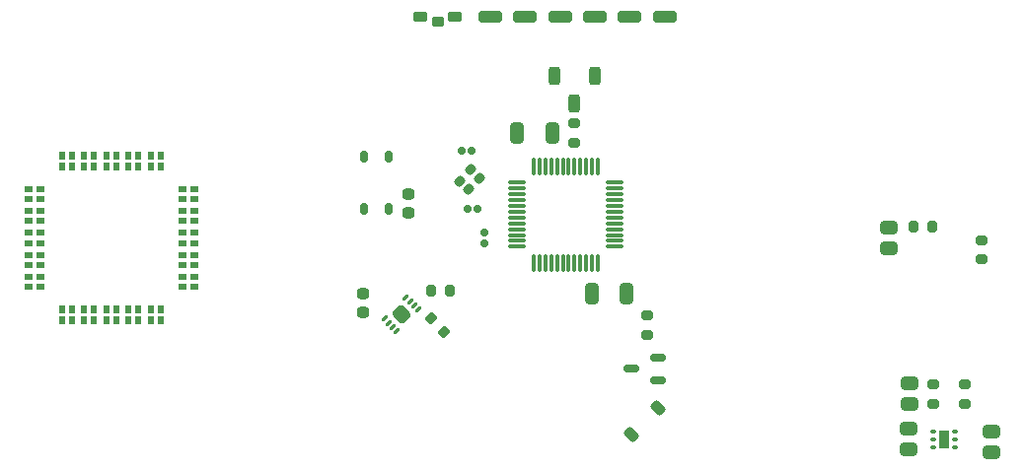
<source format=gbr>
%TF.GenerationSoftware,KiCad,Pcbnew,8.0.8*%
%TF.CreationDate,2025-01-25T09:27:46-05:00*%
%TF.ProjectId,GF24,47463234-2e6b-4696-9361-645f70636258,rev?*%
%TF.SameCoordinates,Original*%
%TF.FileFunction,Paste,Top*%
%TF.FilePolarity,Positive*%
%FSLAX46Y46*%
G04 Gerber Fmt 4.6, Leading zero omitted, Abs format (unit mm)*
G04 Created by KiCad (PCBNEW 8.0.8) date 2025-01-25 09:27:46*
%MOMM*%
%LPD*%
G01*
G04 APERTURE LIST*
G04 Aperture macros list*
%AMRoundRect*
0 Rectangle with rounded corners*
0 $1 Rounding radius*
0 $2 $3 $4 $5 $6 $7 $8 $9 X,Y pos of 4 corners*
0 Add a 4 corners polygon primitive as box body*
4,1,4,$2,$3,$4,$5,$6,$7,$8,$9,$2,$3,0*
0 Add four circle primitives for the rounded corners*
1,1,$1+$1,$2,$3*
1,1,$1+$1,$4,$5*
1,1,$1+$1,$6,$7*
1,1,$1+$1,$8,$9*
0 Add four rect primitives between the rounded corners*
20,1,$1+$1,$2,$3,$4,$5,0*
20,1,$1+$1,$4,$5,$6,$7,0*
20,1,$1+$1,$6,$7,$8,$9,0*
20,1,$1+$1,$8,$9,$2,$3,0*%
G04 Aperture macros list end*
%ADD10RoundRect,0.155000X0.155000X-0.155000X0.155000X0.155000X-0.155000X0.155000X-0.155000X-0.155000X0*%
%ADD11RoundRect,0.200000X-0.200000X-0.275000X0.200000X-0.275000X0.200000X0.275000X-0.200000X0.275000X0*%
%ADD12RoundRect,0.155000X-0.155000X-0.155000X0.155000X-0.155000X0.155000X0.155000X-0.155000X0.155000X0*%
%ADD13RoundRect,0.287500X-0.437500X0.287500X-0.437500X-0.287500X0.437500X-0.287500X0.437500X0.287500X0*%
%ADD14RoundRect,0.287500X0.437500X-0.287500X0.437500X0.287500X-0.437500X0.287500X-0.437500X-0.287500X0*%
%ADD15RoundRect,0.200000X0.275000X-0.200000X0.275000X0.200000X-0.275000X0.200000X-0.275000X-0.200000X0*%
%ADD16RoundRect,0.200000X-0.335876X-0.053033X-0.053033X-0.335876X0.335876X0.053033X0.053033X0.335876X0*%
%ADD17RoundRect,0.200000X0.200000X0.275000X-0.200000X0.275000X-0.200000X-0.275000X0.200000X-0.275000X0*%
%ADD18RoundRect,0.237500X-0.262500X0.237500X-0.262500X-0.237500X0.262500X-0.237500X0.262500X0.237500X0*%
%ADD19RoundRect,0.250000X-0.750000X-0.250000X0.750000X-0.250000X0.750000X0.250000X-0.750000X0.250000X0*%
%ADD20RoundRect,0.175000X0.175000X-0.325000X0.175000X0.325000X-0.175000X0.325000X-0.175000X-0.325000X0*%
%ADD21RoundRect,0.225000X-0.375000X-0.225000X0.375000X-0.225000X0.375000X0.225000X-0.375000X0.225000X0*%
%ADD22RoundRect,0.225000X-0.275000X-0.225000X0.275000X-0.225000X0.275000X0.225000X-0.275000X0.225000X0*%
%ADD23RoundRect,0.075000X-0.175000X-0.075000X0.175000X-0.075000X0.175000X0.075000X-0.175000X0.075000X0*%
%ADD24RoundRect,0.225000X-0.225000X-0.575000X0.225000X-0.575000X0.225000X0.575000X-0.225000X0.575000X0*%
%ADD25R,0.720000X0.580000*%
%ADD26R,0.580000X0.720000*%
%ADD27RoundRect,0.200000X-0.275000X0.200000X-0.275000X-0.200000X0.275000X-0.200000X0.275000X0.200000X0*%
%ADD28RoundRect,0.075000X-0.662500X-0.075000X0.662500X-0.075000X0.662500X0.075000X-0.662500X0.075000X0*%
%ADD29RoundRect,0.075000X-0.075000X-0.662500X0.075000X-0.662500X0.075000X0.662500X-0.075000X0.662500X0*%
%ADD30RoundRect,0.155000X0.155000X0.155000X-0.155000X0.155000X-0.155000X-0.155000X0.155000X-0.155000X0*%
%ADD31RoundRect,0.150000X0.512500X0.150000X-0.512500X0.150000X-0.512500X-0.150000X0.512500X-0.150000X0*%
%ADD32RoundRect,0.250000X0.250000X0.550000X-0.250000X0.550000X-0.250000X-0.550000X0.250000X-0.550000X0*%
%ADD33RoundRect,0.227500X0.109602X-0.431335X0.431335X-0.109602X-0.109602X0.431335X-0.431335X0.109602X0*%
%ADD34RoundRect,0.187500X0.035355X0.300520X-0.300520X-0.035355X-0.035355X-0.300520X0.300520X0.035355X0*%
%ADD35RoundRect,0.287500X0.287500X0.612500X-0.287500X0.612500X-0.287500X-0.612500X0.287500X-0.612500X0*%
%ADD36RoundRect,0.075000X-0.106066X-0.212132X0.212132X0.106066X0.106066X0.212132X-0.212132X-0.106066X0*%
%ADD37RoundRect,0.300000X0.070711X-0.494975X0.494975X-0.070711X-0.070711X0.494975X-0.494975X0.070711X0*%
%ADD38RoundRect,0.287500X-0.287500X-0.612500X0.287500X-0.612500X0.287500X0.612500X-0.287500X0.612500X0*%
G04 APERTURE END LIST*
D10*
%TO.C,C3*%
X127000000Y-95450000D03*
X127000000Y-94550000D03*
%TD*%
D11*
%TO.C,R11*%
X122425000Y-99500000D03*
X124075000Y-99500000D03*
%TD*%
D12*
%TO.C,C6*%
X125550000Y-92500000D03*
X126450000Y-92500000D03*
%TD*%
D13*
%TO.C,C8*%
X170500000Y-111600000D03*
X170500000Y-113400000D03*
%TD*%
D14*
%TO.C,C10*%
X161750000Y-95900000D03*
X161750000Y-94100000D03*
%TD*%
D15*
%TO.C,R2*%
X141000000Y-103325000D03*
X141000000Y-101675000D03*
%TD*%
D16*
%TO.C,R12*%
X122416637Y-101916637D03*
X123583363Y-103083363D03*
%TD*%
D14*
%TO.C,C15*%
X163500000Y-109300000D03*
X163500000Y-107500000D03*
%TD*%
D17*
%TO.C,R4*%
X165475000Y-94000000D03*
X163825000Y-94000000D03*
%TD*%
D18*
%TO.C,C4*%
X120500000Y-91200000D03*
X120500000Y-92800000D03*
%TD*%
D19*
%TO.C,D2*%
X127500000Y-76000000D03*
X130500000Y-76000000D03*
%TD*%
D20*
%TO.C,SW1*%
X116675000Y-92500000D03*
X116675000Y-88000000D03*
X118825000Y-92500000D03*
X118825000Y-88000000D03*
%TD*%
D13*
%TO.C,C9*%
X163450000Y-111400000D03*
X163450000Y-113200000D03*
%TD*%
D21*
%TO.C,D5*%
X121500000Y-76000000D03*
D22*
X123000000Y-76450000D03*
D21*
X124500000Y-76000000D03*
%TD*%
D23*
%TO.C,U3*%
X165500000Y-111650000D03*
X165500001Y-112300000D03*
X165500000Y-112950000D03*
X167400000Y-112950000D03*
X167399999Y-112300000D03*
X167400000Y-111650000D03*
D24*
X166450000Y-112300000D03*
%TD*%
D25*
%TO.C,U2*%
X87900000Y-90775000D03*
X87900000Y-91625000D03*
X87900000Y-92675000D03*
X87900000Y-93525000D03*
X87900000Y-94575000D03*
X87900000Y-95425000D03*
X87900000Y-96475000D03*
X87900000Y-97325000D03*
X87900000Y-98375000D03*
X87900000Y-99225000D03*
X88900000Y-90775000D03*
X88900000Y-91625000D03*
X88900000Y-92675000D03*
X88900000Y-93525000D03*
X88900000Y-94575000D03*
X88900000Y-95425000D03*
X88900000Y-96475000D03*
X88900000Y-97325000D03*
X88900000Y-98375000D03*
X88900000Y-99225000D03*
D26*
X90775000Y-87900000D03*
X90775000Y-88900000D03*
X90775000Y-101100000D03*
X90775000Y-102100000D03*
X91625000Y-87900000D03*
X91625000Y-88900000D03*
X91625000Y-101100000D03*
X91625000Y-102100000D03*
X92675000Y-87900000D03*
X92675000Y-88900000D03*
X92675000Y-101100000D03*
X92675000Y-102100000D03*
X93525000Y-87900000D03*
X93525000Y-88900000D03*
X93525000Y-101100000D03*
X93525000Y-102100000D03*
X94575000Y-87900000D03*
X94575000Y-88900000D03*
X94575000Y-101100000D03*
X94575000Y-102100000D03*
X95425000Y-87900000D03*
X95425000Y-88900000D03*
X95425000Y-101100000D03*
X95425000Y-102100000D03*
X96475000Y-87900000D03*
X96475000Y-88900000D03*
X96475000Y-101100000D03*
X96475000Y-102100000D03*
X97325000Y-87900000D03*
X97325000Y-88900000D03*
X97325000Y-101100000D03*
X97325000Y-102100000D03*
X98375000Y-87900000D03*
X98375000Y-88900000D03*
X98375000Y-101100000D03*
X98375000Y-102100000D03*
X99225000Y-87900000D03*
X99225000Y-88900000D03*
X99225000Y-101100000D03*
X99225000Y-102100000D03*
D25*
X101100000Y-90775000D03*
X101100000Y-91625000D03*
X101100000Y-92675000D03*
X101100000Y-93525000D03*
X101100000Y-94575000D03*
X101100000Y-95425000D03*
X101100000Y-96475000D03*
X101100000Y-97325000D03*
X101100000Y-98375000D03*
X101100000Y-99225000D03*
X102100000Y-90775000D03*
X102100000Y-91625000D03*
X102100000Y-92675000D03*
X102100000Y-93525000D03*
X102100000Y-94575000D03*
X102100000Y-95425000D03*
X102100000Y-96475000D03*
X102100000Y-97325000D03*
X102100000Y-98375000D03*
X102100000Y-99225000D03*
%TD*%
D27*
%TO.C,R1*%
X134750000Y-85175000D03*
X134750000Y-86825000D03*
%TD*%
D19*
%TO.C,D4*%
X139500000Y-76000000D03*
X142500000Y-76000000D03*
%TD*%
D28*
%TO.C,U1*%
X129837500Y-90250000D03*
X129837500Y-90750000D03*
X129837500Y-91250000D03*
X129837500Y-91750000D03*
X129837500Y-92250000D03*
X129837500Y-92750000D03*
X129837500Y-93250000D03*
X129837500Y-93750000D03*
X129837500Y-94250000D03*
X129837500Y-94750000D03*
X129837500Y-95250000D03*
X129837500Y-95750000D03*
D29*
X131250000Y-97162500D03*
X131750000Y-97162500D03*
X132250000Y-97162500D03*
X132750000Y-97162500D03*
X133250000Y-97162500D03*
X133750000Y-97162500D03*
X134250000Y-97162500D03*
X134750000Y-97162500D03*
X135250000Y-97162500D03*
X135750000Y-97162500D03*
X136250000Y-97162500D03*
X136750000Y-97162500D03*
D28*
X138162500Y-95750000D03*
X138162500Y-95250000D03*
X138162500Y-94750000D03*
X138162500Y-94250000D03*
X138162500Y-93750000D03*
X138162500Y-93250000D03*
X138162500Y-92750000D03*
X138162500Y-92250000D03*
X138162500Y-91750000D03*
X138162500Y-91250000D03*
X138162500Y-90750000D03*
X138162500Y-90250000D03*
D29*
X136750000Y-88837500D03*
X136250000Y-88837500D03*
X135750000Y-88837500D03*
X135250000Y-88837500D03*
X134750000Y-88837500D03*
X134250000Y-88837500D03*
X133750000Y-88837500D03*
X133250000Y-88837500D03*
X132750000Y-88837500D03*
X132250000Y-88837500D03*
X131750000Y-88837500D03*
X131250000Y-88837500D03*
%TD*%
D30*
%TO.C,C5*%
X125950000Y-87500000D03*
X125050000Y-87500000D03*
%TD*%
D15*
%TO.C,R3*%
X169650000Y-96825000D03*
X169650000Y-95175000D03*
%TD*%
D31*
%TO.C,Q1*%
X141887500Y-107200000D03*
X141887500Y-105300000D03*
X139612500Y-106250000D03*
%TD*%
D27*
%TO.C,R14*%
X168250000Y-107575000D03*
X168250000Y-109225000D03*
%TD*%
D18*
%TO.C,C14*%
X116588478Y-99750431D03*
X116588478Y-101350431D03*
%TD*%
D32*
%TO.C,SW2*%
X136500000Y-81100000D03*
X134750000Y-83400000D03*
X133000000Y-81100000D03*
%TD*%
D27*
%TO.C,R13*%
X165500000Y-107575000D03*
X165500000Y-109225000D03*
%TD*%
D33*
%TO.C,D1*%
X139593880Y-111906120D03*
X141906120Y-109593880D03*
%TD*%
D34*
%TO.C,Y1*%
X125856066Y-89151472D03*
X124901472Y-90106066D03*
X125643934Y-90848528D03*
X126598528Y-89893934D03*
%TD*%
D35*
%TO.C,C1*%
X139250000Y-99750000D03*
X136250000Y-99750000D03*
%TD*%
D19*
%TO.C,D3*%
X133500000Y-76000000D03*
X136500000Y-76000000D03*
%TD*%
D36*
%TO.C,U5*%
X118439340Y-101939340D03*
X118792893Y-102292893D03*
X119146447Y-102646447D03*
X119500000Y-103000000D03*
X121338478Y-101161522D03*
X120984925Y-100807969D03*
X120631371Y-100454415D03*
X120277818Y-100100862D03*
D37*
X119888909Y-101550431D03*
%TD*%
D38*
%TO.C,C2*%
X129830000Y-86000000D03*
X132830000Y-86000000D03*
%TD*%
M02*

</source>
